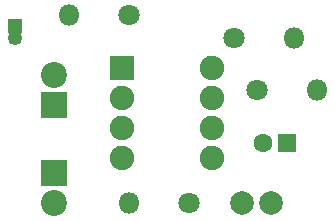
<source format=gbs>
G04 #@! TF.GenerationSoftware,KiCad,Pcbnew,(5.0.0-3-g5ebb6b6)*
G04 #@! TF.CreationDate,2018-12-16T13:46:05-05:00*
G04 #@! TF.ProjectId,555_Timer,3535355F54696D65722E6B696361645F,rev?*
G04 #@! TF.SameCoordinates,Original*
G04 #@! TF.FileFunction,Soldermask,Bot*
G04 #@! TF.FilePolarity,Negative*
%FSLAX46Y46*%
G04 Gerber Fmt 4.6, Leading zero omitted, Abs format (unit mm)*
G04 Created by KiCad (PCBNEW (5.0.0-3-g5ebb6b6)) date Sunday, December 16, 2018 at 01:46:05 PM*
%MOMM*%
%LPD*%
G01*
G04 APERTURE LIST*
%ADD10R,1.250000X1.250000*%
%ADD11O,1.250000X1.250000*%
%ADD12R,2.076400X2.076400*%
%ADD13C,2.076400*%
%ADD14R,2.200000X2.200000*%
%ADD15C,2.200000*%
%ADD16R,1.600000X1.600000*%
%ADD17C,1.600000*%
%ADD18C,2.000000*%
%ADD19O,1.800000X1.800000*%
%ADD20C,1.800000*%
G04 APERTURE END LIST*
D10*
G04 #@! TO.C,*
X100838000Y-44720000D03*
D11*
X100838000Y-45720000D03*
G04 #@! TD*
D12*
G04 #@! TO.C,U1*
X109855000Y-48260000D03*
D13*
X109855000Y-50800000D03*
X109855000Y-53340000D03*
X109855000Y-55880000D03*
X117475000Y-55880000D03*
X117475000Y-53340000D03*
X117475000Y-50800000D03*
X117475000Y-48260000D03*
G04 #@! TD*
D14*
G04 #@! TO.C,D2*
X104140000Y-51435000D03*
D15*
X104140000Y-48895000D03*
G04 #@! TD*
D16*
G04 #@! TO.C,C1*
X123825000Y-54610000D03*
D17*
X121825000Y-54610000D03*
G04 #@! TD*
D18*
G04 #@! TO.C,C2*
X120015000Y-59690000D03*
X122515000Y-59690000D03*
G04 #@! TD*
D15*
G04 #@! TO.C,D1*
X104140000Y-59690000D03*
D14*
X104140000Y-57150000D03*
G04 #@! TD*
D19*
G04 #@! TO.C,R1*
X124460000Y-45720000D03*
D20*
X119380000Y-45720000D03*
G04 #@! TD*
D19*
G04 #@! TO.C,R2*
X126365000Y-50165000D03*
D20*
X121285000Y-50165000D03*
G04 #@! TD*
G04 #@! TO.C,R3*
X115570000Y-59690000D03*
D19*
X110490000Y-59690000D03*
G04 #@! TD*
D20*
G04 #@! TO.C,R4*
X110490000Y-43815000D03*
D19*
X105410000Y-43815000D03*
G04 #@! TD*
M02*

</source>
